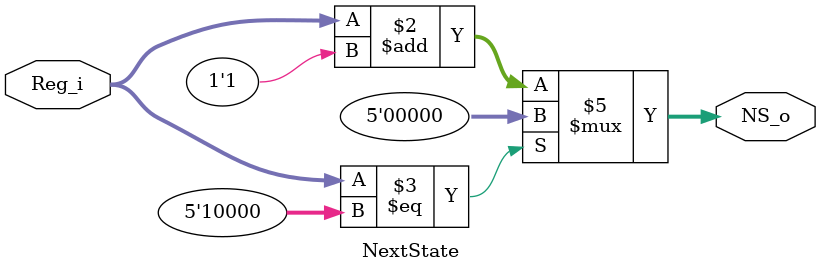
<source format=v>
module NextState(NS_o,Reg_i);
//input declarations
input[4:0] Reg_i;
//output declarations
output[4:0] NS_o;
//connect type

reg[4:0] NS_o;
always @(Reg_i) 
begin
	NS_o = Reg_i + 1'd1;
		if(Reg_i == 16) begin
			NS_o = 0;
			end
end
endmodule 
</source>
